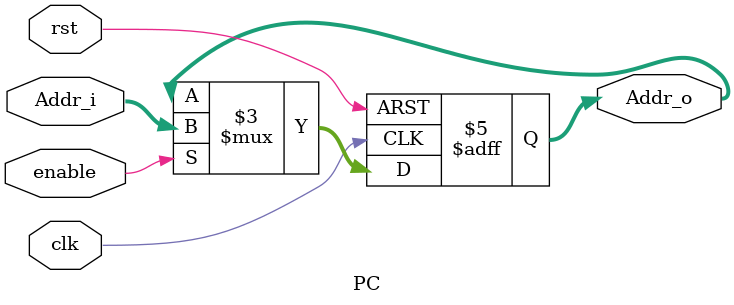
<source format=v>
module PC #(parameter WIDTH = 32)(
input [WIDTH-1:0] Addr_i,
input enable, clk, rst,
output reg [WIDTH-1:0] Addr_o
);

always @ (negedge rst or posedge clk)
begin
	// Reset whenever the reset signal goes low, regardless of the clock
	if (!rst)
	begin
		Addr_o <= 32'h00400000;
	end
	// If not resetting, update the register output on the clock's rising edge
	else
	begin
		if (enable) Addr_o <= Addr_i;
	end
end
endmodule 
</source>
